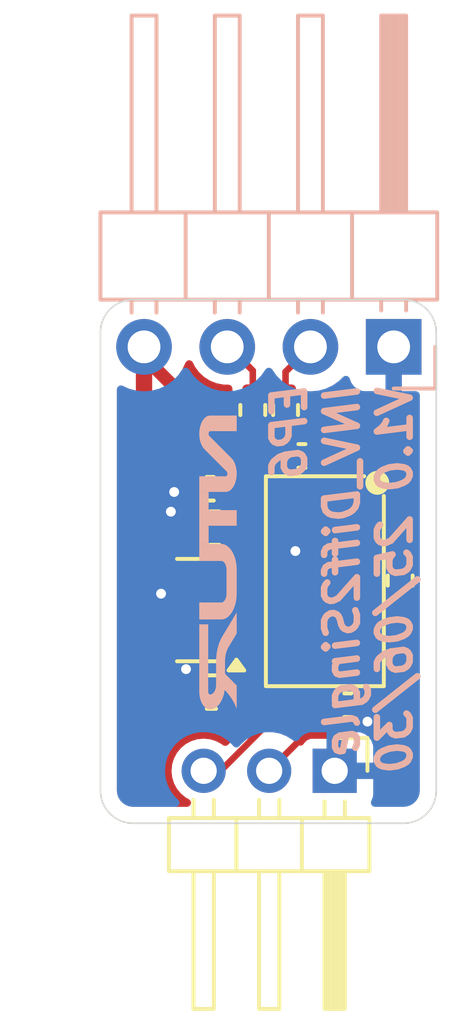
<source format=kicad_pcb>
(kicad_pcb (version 20240108) (generator "pcbnew") (generator_version "8.0")
  (title_block (title "INV_Diff2Single") (date "2025-06-30") (rev "1.0") (company "NTURacing") (comment 1 "Jack Kuo"))
  (layers (0 "F.Cu" signal) (31 "B.Cu" signal) (34 "B.Paste" user) (35 "F.Paste" user) (36 "B.SilkS" user "B.Silkscreen") (37 "F.SilkS" user "F.Silkscreen") (38 "B.Mask" user) (39 "F.Mask" user) (44 "Edge.Cuts" user))
  (net 0 "")
  (net 1 "GND")
  (net 2 "+5V")
  (net 3 "Net-(U1--)")
  (net 4 "Net-(U1-+)")
  (net 5 "Net-(U1-REF)")
  (net 6 "/Vout")
  (net 7 "/Vin+")
  (net 8 "/Vin-")
  (net 9 "Net-(R2-Pad1)")
  (net 10 "Net-(R2-Pad2)")
  (footprint "PCM_Package_SO_AKL:MSOP-8_3x3mm_P0.65mm" (layer "F.Cu") (at 124.6 92.62 -90)
    (property "Reference" "U1" (hide yes))
    (property "Value" "INA333AIDGK" (hide yes))
    (fp_line (start -3.2 1.8) (end -3.2 -1.2) (stroke (width 0.12)) (layer "F.SilkS"))
    (fp_line (start 3.2 1.8) (end -3.2 1.8) (stroke (width 0.12)) (layer "F.SilkS"))
    (fp_line (start -2.6 -1.8) (end 3.2 -1.8) (stroke (width 0.12)) (layer "F.SilkS"))
    (fp_line (start 3.2 -1.8) (end 3.2 1.8) (stroke (width 0.12)) (layer "F.SilkS"))
    (fp_circle (center -3 -1.6) (end -2.9365 -1.6) (stroke (width 0.3)) (fill none) (layer "F.SilkS"))
    (pad "1" smd roundrect (at -2.1125 -0.975 270) (size 1.625 0.4) (layers "F.Cu" "F.Paste" "F.Mask") (net 10 "Net-(R2-Pad2)"))
    (pad "2" smd roundrect (at -2.1125 -0.325 270) (size 1.625 0.4) (layers "F.Cu" "F.Paste" "F.Mask") (net 3 "Net-(U1--)"))
    (pad "3" smd roundrect (at -2.1125 0.325 270) (size 1.625 0.4) (layers "F.Cu" "F.Paste" "F.Mask") (net 4 "Net-(U1-+)"))
    (pad "4" smd roundrect (at -2.1125 0.975 270) (size 1.625 0.4) (layers "F.Cu" "F.Paste" "F.Mask") (net 1 "GND"))
    (pad "5" smd roundrect (at 2.1125 0.975 270) (size 1.625 0.4) (layers "F.Cu" "F.Paste" "F.Mask") (net 5 "Net-(U1-REF)"))
    (pad "6" smd roundrect (at 2.1125 0.325 270) (size 1.625 0.4) (layers "F.Cu" "F.Paste" "F.Mask") (net 6 "/Vout"))
    (pad "7" smd roundrect (at 2.1125 -0.325 270) (size 1.625 0.4) (layers "F.Cu" "F.Paste" "F.Mask") (net 2 "+5V"))
    (pad "8" smd roundrect (at 2.1125 -0.975 270) (size 1.625 0.4) (layers "F.Cu" "F.Paste" "F.Mask") (net 9 "Net-(R2-Pad1)"))
  )
  (footprint "Resistor_SMD:R_0402_1005Metric" (layer "F.Cu") (at 122.4 87.4 -90)
    (property "Reference" "R3" (hide yes))
    (property "Value" "220R")
    (fp_line (start -0.153641 0.38) (end 0.153641 0.38) (stroke (width 0.12)) (layer "F.SilkS"))
    (fp_line (start -0.153641 -0.38) (end 0.153641 -0.38) (stroke (width 0.12)) (layer "F.SilkS"))
    (pad "1" smd roundrect (at -0.51 0 270) (size 0.54 0.64) (layers "F.Cu" "F.Paste" "F.Mask") (net 7 "/Vin+"))
    (pad "2" smd roundrect (at 0.51 0 270) (size 0.54 0.64) (layers "F.Cu" "F.Paste" "F.Mask") (net 4 "Net-(U1-+)"))
  )
  (footprint "Capacitor_SMD:C_0402_1005Metric" (layer "F.Cu") (at 125.3 96.4)
    (property "Reference" "C1" (hide yes))
    (property "Value" "100n")
    (fp_line (start -0.107836 -0.36) (end 0.107836 -0.36) (stroke (width 0.12)) (layer "F.SilkS"))
    (fp_line (start -0.107836 0.36) (end 0.107836 0.36) (stroke (width 0.12)) (layer "F.SilkS"))
    (pad "1" smd roundrect (at -0.48 0) (size 0.56 0.62) (layers "F.Cu" "F.Paste" "F.Mask") (net 2 "+5V"))
    (pad "2" smd roundrect (at 0.48 0) (size 0.56 0.62) (layers "F.Cu" "F.Paste" "F.Mask") (net 1 "GND"))
  )
  (footprint "Capacitor_SMD:C_0402_1005Metric" (layer "F.Cu") (at 123.9 88.8 180)
    (property "Reference" "C2" (hide yes))
    (property "Value" "680p")
    (fp_line (start -0.107836 0.36) (end 0.107836 0.36) (stroke (width 0.12)) (layer "F.SilkS"))
    (fp_line (start -0.107836 -0.36) (end 0.107836 -0.36) (stroke (width 0.12)) (layer "F.SilkS"))
    (pad "1" smd roundrect (at -0.48 0 180) (size 0.56 0.62) (layers "F.Cu" "F.Paste" "F.Mask") (net 3 "Net-(U1--)"))
    (pad "2" smd roundrect (at 0.48 0 180) (size 0.56 0.62) (layers "F.Cu" "F.Paste" "F.Mask") (net 4 "Net-(U1-+)"))
  )
  (footprint "Connector_PinHeader_2.00mm:PinHeader_1x03_P2.00mm_Horizontal" (layer "F.Cu") (at 124.9 98.4 -90)
    (property "Reference" "J1" (hide yes))
    (property "Value" "single_out")
    (fp_line (start 1.44 5.06) (end 3.06 5.06) (stroke (width 0.12)) (layer "F.SilkS"))
    (fp_line (start 3.06 5.06) (end 3.06 -1.06) (stroke (width 0.12)) (layer "F.SilkS"))
    (fp_line (start 0.882114 4.31) (end 1.44 4.31) (stroke (width 0.12)) (layer "F.SilkS"))
    (fp_line (start 7.26 4.31) (end 3.06 4.31) (stroke (width 0.12)) (layer "F.SilkS"))
    (fp_line (start 0.882114 3.69) (end 1.44 3.69) (stroke (width 0.12)) (layer "F.SilkS"))
    (fp_line (start 3.06 3.69) (end 7.26 3.69) (stroke (width 0.12)) (layer "F.SilkS"))
    (fp_line (start 7.26 3.69) (end 7.26 4.31) (stroke (width 0.12)) (layer "F.SilkS"))
    (fp_line (start 1.44 3) (end 3.06 3) (stroke (width 0.12)) (layer "F.SilkS"))
    (fp_line (start 0.882114 2.31) (end 1.44 2.31) (stroke (width 0.12)) (layer "F.SilkS"))
    (fp_line (start 7.26 2.31) (end 3.06 2.31) (stroke (width 0.12)) (layer "F.SilkS"))
    (fp_line (start 0.882114 1.69) (end 1.44 1.69) (stroke (width 0.12)) (layer "F.SilkS"))
    (fp_line (start 3.06 1.69) (end 7.26 1.69) (stroke (width 0.12)) (layer "F.SilkS"))
    (fp_line (start 7.26 1.69) (end 7.26 2.31) (stroke (width 0.12)) (layer "F.SilkS"))
    (fp_line (start 1.44 1) (end 3.06 1) (stroke (width 0.12)) (layer "F.SilkS"))
    (fp_line (start 0.935 0.31) (end 1.44 0.31) (stroke (width 0.12)) (layer "F.SilkS"))
    (fp_line (start 7.26 0.31) (end 3.06 0.31) (stroke (width 0.12)) (layer "F.SilkS"))
    (fp_line (start 3.06 0.23) (end 7.26 0.23) (stroke (width 0.12)) (layer "F.SilkS"))
    (fp_line (start 3.06 0.11) (end 7.26 0.11) (stroke (width 0.12)) (layer "F.SilkS"))
    (fp_line (start -1 0) (end -1 -1) (stroke (width 0.12)) (layer "F.SilkS"))
    (fp_line (start 3.06 -0.01) (end 7.26 -0.01) (stroke (width 0.12)) (layer "F.SilkS"))
    (fp_line (start 3.06 -0.13) (end 7.26 -0.13) (stroke (width 0.12)) (layer "F.SilkS"))
    (fp_line (start 3.06 -0.25) (end 7.26 -0.25) (stroke (width 0.12)) (layer "F.SilkS"))
    (fp_line (start 0.935 -0.31) (end 1.44 -0.31) (stroke (width 0.12)) (layer "F.SilkS"))
    (fp_line (start 3.06 -0.31) (end 7.26 -0.31) (stroke (width 0.12)) (layer "F.SilkS"))
    (fp_line (start 7.26 -0.31) (end 7.26 0.31) (stroke (width 0.12)) (layer "F.SilkS"))
    (fp_line (start -1 -1) (end 0 -1) (stroke (width 0.12)) (layer "F.SilkS"))
    (fp_line (start 1.44 -1.06) (end 1.44 5.06) (stroke (width 0.12)) (layer "F.SilkS"))
    (fp_line (start 3.06 -1.06) (end 1.44 -1.06) (stroke (width 0.12)) (layer "F.SilkS"))
    (pad "1" thru_hole rect (at 0 0 270) (size 1.35 1.35) (drill 0.8) (layers "*.Cu" "*.Mask") (net 1 "GND"))
    (pad "2" thru_hole oval (at 0 2 270) (size 1.35 1.35) (drill 0.8) (layers "*.Cu" "*.Mask") (net 2 "+5V"))
    (pad "3" thru_hole oval (at 0 4 270) (size 1.35 1.35) (drill 0.8) (layers "*.Cu" "*.Mask") (net 6 "/Vout"))
  )
  (footprint "Capacitor_SMD:C_0603_1608Metric" (layer "F.Cu") (at 121.2375 91 180)
    (property "Reference" "C5" (hide yes))
    (property "Value" "470n")
    (fp_line (start -0.14058 0.51) (end 0.14058 0.51) (stroke (width 0.12)) (layer "F.SilkS"))
    (fp_line (start -0.14058 -0.51) (end 0.14058 -0.51) (stroke (width 0.12)) (layer "F.SilkS"))
    (pad "1" smd roundrect (at -0.775 0 180) (size 0.9 0.95) (layers "F.Cu" "F.Paste" "F.Mask") (net 5 "Net-(U1-REF)"))
    (pad "2" smd roundrect (at 0.775 0 180) (size 0.9 0.95) (layers "F.Cu" "F.Paste" "F.Mask") (net 1 "GND"))
  )
  (footprint "Package_TO_SOT_SMD:SOT-23" (layer "F.Cu") (at 120.7375 93.5 180)
    (property "Reference" "U2" (hide yes))
    (property "Value" "REF3133AIDBZR")
    (fp_line (start 0 1.56) (end 0.65 1.56) (stroke (width 0.12)) (layer "F.SilkS"))
    (fp_line (start 0 1.56) (end -0.65 1.56) (stroke (width 0.12)) (layer "F.SilkS"))
    (fp_line (start 0 -1.56) (end 0.65 -1.56) (stroke (width 0.12)) (layer "F.SilkS"))
    (fp_line (start 0 -1.56) (end -0.65 -1.56) (stroke (width 0.12)) (layer "F.SilkS"))
    (fp_poly (pts (xy -1.1625 -1.51) (xy -1.4025 -1.84) (xy -0.9225 -1.84) (xy -1.1625 -1.51)) (stroke (width 0.12)) (fill solid) (layer "F.SilkS"))
    (pad "1" smd roundrect (at -0.9375 -0.95 180) (size 1.475 0.6) (layers "F.Cu" "F.Paste" "F.Mask") (net 2 "+5V"))
    (pad "2" smd roundrect (at -0.9375 0.95 180) (size 1.475 0.6) (layers "F.Cu" "F.Paste" "F.Mask") (net 5 "Net-(U1-REF)"))
    (pad "3" smd roundrect (at 0.9375 0 180) (size 1.475 0.6) (layers "F.Cu" "F.Paste" "F.Mask") (net 1 "GND"))
  )
  (footprint "Resistor_SMD:R_0402_1005Metric" (layer "F.Cu") (at 123.4 87.4 -90)
    (property "Reference" "R1" (hide yes))
    (property "Value" "220R")
    (fp_line (start -0.153641 0.38) (end 0.153641 0.38) (stroke (width 0.12)) (layer "F.SilkS"))
    (fp_line (start -0.153641 -0.38) (end 0.153641 -0.38) (stroke (width 0.12)) (layer "F.SilkS"))
    (pad "1" smd roundrect (at -0.51 0 270) (size 0.54 0.64) (layers "F.Cu" "F.Paste" "F.Mask") (net 8 "/Vin-"))
    (pad "2" smd roundrect (at 0.51 0 270) (size 0.54 0.64) (layers "F.Cu" "F.Paste" "F.Mask") (net 3 "Net-(U1--)"))
  )
  (footprint "Resistor_SMD:R_0402_1005Metric" (layer "F.Cu") (at 126.9 92.6 90)
    (property "Reference" "R2" (hide yes))
    (property "Value" "1M")
    (fp_line (start -0.153641 -0.38) (end 0.153641 -0.38) (stroke (width 0.12)) (layer "F.SilkS"))
    (fp_line (start -0.153641 0.38) (end 0.153641 0.38) (stroke (width 0.12)) (layer "F.SilkS"))
    (pad "1" smd roundrect (at -0.51 0 90) (size 0.54 0.64) (layers "F.Cu" "F.Paste" "F.Mask") (net 9 "Net-(R2-Pad1)"))
    (pad "2" smd roundrect (at 0.51 0 90) (size 0.54 0.64) (layers "F.Cu" "F.Paste" "F.Mask") (net 10 "Net-(R2-Pad2)"))
  )
  (footprint "Capacitor_SMD:C_0402_1005Metric" (layer "F.Cu") (at 121.1 89.8 180)
    (property "Reference" "C3" (hide yes))
    (property "Value" "1u")
    (fp_line (start -0.107836 0.36) (end 0.107836 0.36) (stroke (width 0.12)) (layer "F.SilkS"))
    (fp_line (start -0.107836 -0.36) (end 0.107836 -0.36) (stroke (width 0.12)) (layer "F.SilkS"))
    (pad "1" smd roundrect (at -0.48 0 180) (size 0.56 0.62) (layers "F.Cu" "F.Paste" "F.Mask") (net 5 "Net-(U1-REF)"))
    (pad "2" smd roundrect (at 0.48 0 180) (size 0.56 0.62) (layers "F.Cu" "F.Paste" "F.Mask") (net 1 "GND"))
  )
  (footprint "Capacitor_SMD:C_0603_1608Metric" (layer "F.Cu") (at 121.1375 96 180)
    (property "Reference" "C4" (hide yes))
    (property "Value" "470n")
    (fp_line (start -0.14058 0.51) (end 0.14058 0.51) (stroke (width 0.12)) (layer "F.SilkS"))
    (fp_line (start -0.14058 -0.51) (end 0.14058 -0.51) (stroke (width 0.12)) (layer "F.SilkS"))
    (pad "1" smd roundrect (at -0.775 0 180) (size 0.9 0.95) (layers "F.Cu" "F.Paste" "F.Mask") (net 2 "+5V"))
    (pad "2" smd roundrect (at 0.775 0 180) (size 0.9 0.95) (layers "F.Cu" "F.Paste" "F.Mask") (net 1 "GND"))
  )
  (footprint "Connector_PinHeader_2.54mm:PinHeader_1x04_P2.54mm_Horizontal" (layer "B.Cu") (at 126.7 85.475 90)
    (property "Reference" "J2" (hide yes))
    (property "Value" "motorTemp")
    (fp_line (start 4.1 -8.95) (end 1.44 -8.95) (stroke (width 0.12)) (layer "B.SilkS"))
    (fp_line (start 1.44 -8.95) (end 1.44 1.33) (stroke (width 0.12)) (layer "B.SilkS"))
    (fp_line (start 10.1 -8) (end 10.1 -7.24) (stroke (width 0.12)) (layer "B.SilkS"))
    (fp_line (start 4.1 -8) (end 10.1 -8) (stroke (width 0.12)) (layer "B.SilkS"))
    (fp_line (start 1.44 -8) (end 1.042929 -8) (stroke (width 0.12)) (layer "B.SilkS"))
    (fp_line (start 10.1 -7.24) (end 4.1 -7.24) (stroke (width 0.12)) (layer "B.SilkS"))
    (fp_line (start 1.44 -7.24) (end 1.042929 -7.24) (stroke (width 0.12)) (layer "B.SilkS"))
    (fp_line (start 4.1 -6.35) (end 1.44 -6.35) (stroke (width 0.12)) (layer "B.SilkS"))
    (fp_line (start 10.1 -5.46) (end 10.1 -4.7) (stroke (width 0.12)) (layer "B.SilkS"))
    (fp_line (start 4.1 -5.46) (end 10.1 -5.46) (stroke (width 0.12)) (layer "B.SilkS"))
    (fp_line (start 1.44 -5.46) (end 1.042929 -5.46) (stroke (width 0.12)) (layer "B.SilkS"))
    (fp_line (start 10.1 -4.7) (end 4.1 -4.7) (stroke (width 0.12)) (layer "B.SilkS"))
    (fp_line (start 1.44 -4.7) (end 1.042929 -4.7) (stroke (width 0.12)) (layer "B.SilkS"))
    (fp_line (start 4.1 -3.81) (end 1.44 -3.81) (stroke (width 0.12)) (layer "B.SilkS"))
    (fp_line (start 10.1 -2.92) (end 10.1 -2.16) (stroke (width 0.12)) (layer "B.SilkS"))
    (fp_line (start 4.1 -2.92) (end 10.1 -2.92) (stroke (width 0.12)) (layer "B.SilkS"))
    (fp_line (start 1.44 -2.92) (end 1.042929 -2.92) (stroke (width 0.12)) (layer "B.SilkS"))
    (fp_line (start 10.1 -2.16) (end 4.1 -2.16) (stroke (width 0.12)) (layer "B.SilkS"))
    (fp_line (start 1.44 -2.16) (end 1.042929 -2.16) (stroke (width 0.12)) (layer "B.SilkS"))
    (fp_line (start 4.1 -1.27) (end 1.44 -1.27) (stroke (width 0.12)) (layer "B.SilkS"))
    (fp_line (start 10.1 -0.38) (end 10.1 0.38) (stroke (width 0.12)) (layer "B.SilkS"))
    (fp_line (start 4.1 -0.38) (end 10.1 -0.38) (stroke (width 0.12)) (layer "B.SilkS"))
    (fp_line (start 1.44 -0.38) (end 1.11 -0.38) (stroke (width 0.12)) (layer "B.SilkS"))
    (fp_line (start 10.1 -0.28) (end 4.1 -0.28) (stroke (width 0.12)) (layer "B.SilkS"))
    (fp_line (start 10.1 -0.16) (end 4.1 -0.16) (stroke (width 0.12)) (layer "B.SilkS"))
    (fp_line (start 10.1 -0.04) (end 4.1 -0.04) (stroke (width 0.12)) (layer "B.SilkS"))
    (fp_line (start 10.1 0.08) (end 4.1 0.08) (stroke (width 0.12)) (layer "B.SilkS"))
    (fp_line (start 10.1 0.2) (end 4.1 0.2) (stroke (width 0.12)) (layer "B.SilkS"))
    (fp_line (start 10.1 0.32) (end 4.1 0.32) (stroke (width 0.12)) (layer "B.SilkS"))
    (fp_line (start 10.1 0.38) (end 4.1 0.38) (stroke (width 0.12)) (layer "B.SilkS"))
    (fp_line (start 1.44 0.38) (end 1.11 0.38) (stroke (width 0.12)) (layer "B.SilkS"))
    (fp_line (start 0 1.27) (end -1.27 1.27) (stroke (width 0.12)) (layer "B.SilkS"))
    (fp_line (start -1.27 1.27) (end -1.27 0) (stroke (width 0.12)) (layer "B.SilkS"))
    (fp_line (start 4.1 1.33) (end 4.1 -8.95) (stroke (width 0.12)) (layer "B.SilkS"))
    (fp_line (start 1.44 1.33) (end 4.1 1.33) (stroke (width 0.12)) (layer "B.SilkS"))
    (pad "1" thru_hole rect (at 0 0 90) (size 1.7 1.7) (drill 1) (layers "*.Cu" "*.Mask") (net 1 "GND"))
    (pad "2" thru_hole oval (at 0 -2.54 90) (size 1.7 1.7) (drill 1) (layers "*.Cu" "*.Mask") (net 8 "/Vin-"))
    (pad "3" thru_hole oval (at 0 -5.08 90) (size 1.7 1.7) (drill 1) (layers "*.Cu" "*.Mask") (net 7 "/Vin+"))
    (pad "4" thru_hole oval (at 0 -7.62 90) (size 1.7 1.7) (drill 1) (layers "*.Cu" "*.Mask") (net 2 "+5V"))
  )
  (gr_poly (pts (xy 121.05174 91.484106) (xy 121.05174 90.928481) (xy 121.90899 90.928481) (xy 121.90899 90.452231) (xy 121.05174 90.452231) (xy 121.05174 89.896606) (xy 120.76599 89.896606) (xy 120.76599 91.484106)) (stroke (width -0.000001)) (fill solid) (layer "B.SilkS"))
  (gr_poly (pts (xy 120.766416 96.010242) (xy 120.767681 96.037887) (xy 120.769765 96.065134) (xy 120.772645 96.091949) (xy 120.776302 96.118298) (xy 120.780716 96.144145) (xy 120.785864 96.169457) (xy 120.791727 96.194198) (xy 120.798284 96.218335) (xy 120.805515 96.241833) (xy 120.813398 96.264657) (xy 120.821912 96.286773) (xy 120.831038 96.308147) (xy 120.840754 96.328743) (xy 120.85104 96.348528) (xy 120.861875 96.367467) (xy 120.873238 96.385525) (xy 120.885109 96.402669) (xy 120.897467 96.418862) (xy 120.910291 96.434072) (xy 120.923561 96.448263) (xy 120.937256 96.461401) (xy 120.951354 96.473451) (xy 120.965836 96.48438) (xy 120.980681 96.494152) (xy 120.995868 96.502733) (xy 121.011377 96.510088) (xy 121.027186 96.516184) (xy 121.043275 96.520985) (xy 121.059623 96.524457) (xy 121.07621 96.526565) (xy 121.093015 96.527275) (xy 121.099365 96.527275) (xy 121.119501 96.52654) (xy 121.139415 96.524355) (xy 121.159089 96.52075) (xy 121.178504 96.515757) (xy 121.197641 96.509406) (xy 121.216483 96.501728) (xy 121.235011 96.492754) (xy 121.253207 96.482515) (xy 121.271051 96.471041) (xy 121.288527 96.458362) (xy 121.322295 96.429518) (xy 121.354364 96.396227) (xy 121.384586 96.358736) (xy 121.412814 96.317291) (xy 121.4389 96.272139) (xy 121.462696 96.223525) (xy 121.484056 96.171695) (xy 121.502831 96.116897) (xy 121.518873 96.059376) (xy 121.532036 95.999377) (xy 121.542172 95.937149) (xy 121.572324 95.968106) (xy 121.601576 95.999846) (xy 121.629913 96.032347) (xy 121.657322 96.065587) (xy 121.683789 96.099546) (xy 121.709302 96.134201) (xy 121.733847 96.169531) (xy 121.75741 96.205515) (xy 121.779979 96.242132) (xy 121.80154 96.27936) (xy 121.822079 96.317178) (xy 121.841584 96.355564) (xy 121.860041 96.394497) (xy 121.877436 96.433956) (xy 121.893757 96.473919) (xy 121.90899 96.514364) (xy 121.90899 95.797871) (xy 121.55339 95.442272) (xy 121.55339 95.062753) (xy 121.553842 95.031879) (xy 121.555191 95.001275) (xy 121.557426 94.970984) (xy 121.560537 94.941049) (xy 121.564512 94.911511) (xy 121.569341 94.882415) (xy 121.575012 94.853801) (xy 121.581515 94.825713) (xy 121.588839 94.798193) (xy 121.596974 94.771284) (xy 121.605908 94.745027) (xy 121.61563 94.719467) (xy 121.62613 94.694643) (xy 121.637396 94.670601) (xy 121.649419 94.647381) (xy 121.662187 94.625027) (xy 121.90899 94.213759) (xy 121.90899 93.570081) (xy 121.469147 94.303294) (xy 121.446969 94.342087) (xy 121.42609 94.382374) (xy 121.406528 94.424084) (xy 121.3883 94.467144) (xy 121.371425 94.511482) (xy 121.355922 94.557024) (xy 121.341808 94.603699) (xy 121.329103 94.651433) (xy 121.317823 94.700155) (xy 121.307989 94.749791) (xy 121.299617 94.80027) (xy 121.292726 94.851518) (xy 121.287335 94.903463) (xy 121.283461 94.956032) (xy 121.281123 95.009153) (xy 121.28034 95.062754) (xy 121.28034 95.770355) (xy 121.280104 95.785858) (xy 121.279403 95.80116) (xy 121.278249 95.816241) (xy 121.276653 95.831082) (xy 121.274627 95.845665) (xy 121.272182 95.85997) (xy 121.26933 95.873979) (xy 121.266082 95.887671) (xy 121.262451 95.901029) (xy 121.258446 95.914033) (xy 121.25408 95.926664) (xy 121.249365 95.938903) (xy 121.244312 95.950731) (xy 121.238932 95.962128) (xy 121.233237 95.973076) (xy 121.227238 95.983556) (xy 121.220948 95.993549) (xy 121.214376 96.003035) (xy 121.207536 96.011995) (xy 121.200438 96.020411) (xy 121.193094 96.028263) (xy 121.185516 96.035533) (xy 121.177714 96.0422) (xy 121.169701 96.048247) (xy 121.161488 96.053654) (xy 121.153087 96.058401) (xy 121.144509 96.062471) (xy 121.135765 96.065843) (xy 121.126867 96.0685) (xy 121.117827 96.07042) (xy 121.108656 96.071587) (xy 121.099365 96.07198) (xy 121.093015 96.07198) (xy 121.09029 96.07186) (xy 121.087595 96.071505) (xy 121.084934 96.07092) (xy 121.082309 96.070111) (xy 121.079726 96.069086) (xy 121.077187 96.06785) (xy 121.074697 96.066409) (xy 121.072258 96.06477) (xy 121.069876 96.062939) (xy 121.067553 96.060921) (xy 121.0631 96.056353) (xy 121.058931 96.051115) (xy 121.055074 96.045258) (xy 121.051559 96.038829) (xy 121.048416 96.03188) (xy 121.045675 96.024459) (xy 121.043366 96.016617) (xy 121.041518 96.008402) (xy 121.040161 95.999865) (xy 121.039325 95.991056) (xy 121.03904 95.982023) (xy 121.03904 93.934147) (xy 120.76599 93.934147) (xy 120.76599 95.982234)) (stroke (width -0.000001)) (fill solid) (layer "B.SilkS"))
  (gr_poly (pts (xy 121.57498 89.896606) (xy 121.58914 89.896129) (xy 121.603155 89.894709) (xy 121.617012 89.892361) (xy 121.630701 89.8891) (xy 121.644209 89.884941) (xy 121.657524 89.8799) (xy 121.670633 89.873993) (xy 121.683525 89.867234) (xy 121.696188 89.859639) (xy 121.708609 89.851222) (xy 121.732678 89.831988) (xy 121.755636 89.809655) (xy 121.777386 89.784343) (xy 121.797832 89.756177) (xy 121.816875 89.725278) (xy 121.834421 89.691769) (xy 121.850372 89.655772) (xy 121.864631 89.61741) (xy 121.877101 89.576806) (xy 121.887687 89.534081) (xy 121.89629 89.489359) (xy 121.899258 89.47038) (xy 121.901813 89.451391) (xy 121.903962 89.432403) (xy 121.905709 89.413424) (xy 121.907059 89.394465) (xy 121.908018 89.375535) (xy 121.908589 89.356646) (xy 121.908778 89.337806) (xy 121.90809 89.302162) (xy 121.90604 89.26689) (xy 121.902649 89.232084) (xy 121.89794 89.197838) (xy 121.891936 89.164245) (xy 121.884657 89.1314) (xy 121.876126 89.099396) (xy 121.866366 89.068328) (xy 121.855397 89.038289) (xy 121.843242 89.009373) (xy 121.829924 88.981675) (xy 121.815463 88.955288) (xy 121.799883 88.930306) (xy 121.783204 88.906823) (xy 121.76545 88.884933) (xy 121.746642 88.864731) (xy 121.410938 88.528816) (xy 121.075235 88.193113) (xy 121.072908 88.190659) (xy 121.070725 88.188145) (xy 121.068684 88.185572) (xy 121.066781 88.182946) (xy 121.065011 88.180269) (xy 121.063371 88.177547) (xy 121.060465 88.171982) (xy 121.058032 88.166282) (xy 121.056044 88.160478) (xy 121.054468 88.154603) (xy 121.053275 88.148689) (xy 121.052434 88.142767) (xy 121.051914 88.13687) (xy 121.051687 88.131029) (xy 121.05172 88.125277) (xy 121.051984 88.119645) (xy 121.052449 88.114165) (xy 121.053083 88.108869) (xy 121.053857 88.103789) (xy 121.054777 88.098775) (xy 121.055882 88.093692) (xy 121.057189 88.088593) (xy 121.058712 88.083532) (xy 121.060468 88.078565) (xy 121.062474 88.073745) (xy 121.063575 88.071407) (xy 121.064745 88.069126) (xy 121.065985 88.066909) (xy 121.067297 88.064763) (xy 121.068684 88.062695) (xy 121.070148 88.060711) (xy 121.07169 88.058817) (xy 121.073312 88.057022) (xy 121.075017 88.055332) (xy 121.076806 88.053752) (xy 121.078681 88.052291) (xy 121.080646 88.050955) (xy 121.082701 88.049751) (xy 121.084848 88.048685) (xy 121.08709 88.047765) (xy 121.089428 88.046997) (xy 121.091865 88.046388) (xy 121.094403 88.045944) (xy 121.097043 88.045673) (xy 121.099788 88.045581) (xy 121.90899 88.045581) (xy 121.90899 87.569331) (xy 121.099788 87.569331) (xy 121.085629 87.569808) (xy 121.071614 87.571228) (xy 121.057756 87.573576) (xy 121.044068 87.576837) (xy 121.03056 87.580995) (xy 121.017246 87.586035) (xy 121.004137 87.591942) (xy 120.991246 87.5987) (xy 120.978585 87.606294) (xy 120.966166 87.614708) (xy 120.942101 87.633937) (xy 120.91915 87.656265) (xy 120.897409 87.681567) (xy 120.876975 87.709722) (xy 120.857945 87.740607) (xy 120.840416 87.774099) (xy 120.824486 87.810075) (xy 120.810251 87.848413) (xy 120.797809 87.888989) (xy 120.787256 87.931681) (xy 120.77869 87.976366) (xy 120.772245 88.022102) (xy 120.768121 88.067823) (xy 120.766272 88.113343) (xy 120.766651 88.158472) (xy 120.769213 88.203024) (xy 120.773913 88.246809) (xy 120.780703 88.289641) (xy 120.789538 88.331331) (xy 120.800372 88.371692) (xy 120.81316 88.410535) (xy 120.827855 88.447673) (xy 120.844412 88.482918) (xy 120.862785 88.516081) (xy 120.882927 88.546976) (xy 120.904794 88.575413) (xy 120.916359 88.588652) (xy 120.928338 88.601206) (xy 121.264041 88.936909) (xy 121.599745 89.272824) (xy 121.602072 89.275277) (xy 121.604254 89.277792) (xy 121.606296 89.280365) (xy 121.608199 89.282991) (xy 121.609969 89.285667) (xy 121.611609 89.288389) (xy 121.614515 89.293954) (xy 121.616947 89.299655) (xy 121.618936 89.305458) (xy 121.620512 89.311333) (xy 121.621705 89.317248) (xy 121.622546 89.32317) (xy 121.623065 89.329067) (xy 121.623293 89.334908) (xy 121.62326 89.34066) (xy 121.622996 89.346292) (xy 121.622531 89.351772) (xy 121.621897 89.357068) (xy 121.621123 89.362148) (xy 121.620203 89.367162) (xy 121.619097 89.372245) (xy 121.617791 89.377344) (xy 121.616268 89.382405) (xy 121.614512 89.387372) (xy 121.612506 89.392192) (xy 121.611405 89.39453) (xy 121.610235 89.396811) (xy 121.608995 89.399028) (xy 121.607682 89.401174) (xy 121.606295 89.403242) (xy 121.604832 89.405226) (xy 121.60329 89.40712) (xy 121.601668 89.408915) (xy 121.599963 89.410605) (xy 121.598174 89.412185) (xy 121.596298 89.413646) (xy 121.594334 89.414982) (xy 121.592279 89.416186) (xy 121.590132 89.417251) (xy 121.58789 89.418172) (xy 121.585552 89.41894) (xy 121.583115 89.419549) (xy 121.580577 89.419993) (xy 121.577937 89.420264) (xy 121.575192 89.420356) (xy 120.76599 89.420356) (xy 120.76599 89.896606)) (stroke (width -0.000001)) (fill solid) (layer "B.SilkS"))
  (gr_poly (pts (xy 121.435915 92.002689) (xy 121.444238 92.003041) (xy 121.452454 92.004085) (xy 121.46055 92.005805) (xy 121.468518 92.008182) (xy 121.476347 92.011201) (xy 121.484027 92.014843) (xy 121.491548 92.019093) (xy 121.498899 92.023932) (xy 121.50607 92.029344) (xy 121.513051 92.035311) (xy 121.526403 92.048845) (xy 121.538871 92.064395) (xy 121.550374 92.081826) (xy 121.56083 92.101001) (xy 121.570158 92.121783) (xy 121.578275 92.144035) (xy 121.5851 92.16762) (xy 121.590551 92.192403) (xy 121.594546 92.218246) (xy 121.597003 92.245012) (xy 121.59784 92.272564) (xy 121.59784 92.997523) (xy 121.597629 93.011389) (xy 121.597003 93.025075) (xy 121.595972 93.038565) (xy 121.594546 93.051841) (xy 121.592736 93.064886) (xy 121.590551 93.077684) (xy 121.588003 93.090216) (xy 121.5851 93.102466) (xy 121.581855 93.114417) (xy 121.578275 93.126052) (xy 121.574373 93.137353) (xy 121.570158 93.148304) (xy 121.56564 93.158887) (xy 121.56083 93.169086) (xy 121.555738 93.178883) (xy 121.550374 93.188261) (xy 121.544748 93.197203) (xy 121.538871 93.205692) (xy 121.532752 93.213711) (xy 121.526403 93.221242) (xy 121.519832 93.22827) (xy 121.513051 93.234775) (xy 121.50607 93.240743) (xy 121.498899 93.246155) (xy 121.491548 93.250994) (xy 121.484027 93.255243) (xy 121.476347 93.258886) (xy 121.468518 93.261905) (xy 121.46055 93.264282) (xy 121.452454 93.266002) (xy 121.444238 93.267046) (xy 121.435915 93.267398) (xy 120.76599 93.267398) (xy 120.76599 93.785769) (xy 121.435915 93.785769) (xy 121.460216 93.784741) (xy 121.484202 93.781691) (xy 121.507845 93.776668) (xy 121.531113 93.769722) (xy 121.553977 93.760904) (xy 121.576408 93.750262) (xy 121.598374 93.737848) (xy 121.619847 93.723711) (xy 121.640795 93.707901) (xy 121.66119 93.690467) (xy 121.700197 93.650931) (xy 121.736628 93.605501) (xy 121.770243 93.554576) (xy 121.800802 93.498557) (xy 121.828065 93.437842) (xy 121.851792 93.372831) (xy 121.871743 93.303923) (xy 121.887679 93.231518) (xy 121.899358 93.156014) (xy 121.906542 93.077812) (xy 121.90899 92.99731) (xy 121.90899 92.272564) (xy 121.908373 92.232051) (xy 121.906542 92.192063) (xy 121.903527 92.152649) (xy 121.899358 92.11386) (xy 121.894066 92.075746) (xy 121.887679 92.038357) (xy 121.880228 92.001742) (xy 121.871743 91.965952) (xy 121.862255 91.931036) (xy 121.851792 91.897044) (xy 121.840385 91.864026) (xy 121.828065 91.832033) (xy 121.81486 91.801113) (xy 121.800802 91.771318) (xy 121.785919 91.742696) (xy 121.770243 91.715299) (xy 121.753802 91.689175) (xy 121.736628 91.664374) (xy 121.718749 91.640947) (xy 121.700197 91.618944) (xy 121.681 91.598414) (xy 121.66119 91.579407) (xy 121.640795 91.561974) (xy 121.619847 91.546164) (xy 121.598374 91.532027) (xy 121.576408 91.519613) (xy 121.553977 91.508971) (xy 121.531113 91.500153) (xy 121.507845 91.493207) (xy 121.484202 91.488184) (xy 121.460216 91.485134) (xy 121.435915 91.484106) (xy 120.76599 91.484106) (xy 120.76599 92.002689)) (stroke (width -0.000001)) (fill solid) (layer "B.SilkS"))
  (gr_arc (start 118.75 100) (mid 118.042893 99.707107) (end 117.75 99) (stroke (width 0.05)) (layer "Edge.Cuts"))
  (gr_line (start 127 100) (end 118.75 100) (stroke (width 0.05)) (layer "Edge.Cuts"))
  (gr_arc (start 127 84.035) (mid 127.707107 84.327893) (end 128 85.035) (stroke (width 0.05)) (layer "Edge.Cuts"))
  (gr_arc (start 117.75 85.035) (mid 118.042893 84.327893) (end 118.75 84.035) (stroke (width 0.05)) (layer "Edge.Cuts"))
  (gr_line (start 117.75 99) (end 117.75 85.035) (stroke (width 0.05)) (layer "Edge.Cuts"))
  (gr_line (start 128 85.035) (end 128 99) (stroke (width 0.05)) (layer "Edge.Cuts"))
  (gr_line (start 118.75 84.035) (end 127 84.035) (stroke (width 0.05)) (layer "Edge.Cuts"))
  (gr_arc (start 128 99) (mid 127.707107 99.707107) (end 127 100) (stroke (width 0.05)) (layer "Edge.Cuts"))
  (gr_text "EP6\nINV_Diff2Single\nV1.0 25/06/30" (at 122.93 86.47 90) (layer "B.SilkS") (effects (font (size 1 1) (thickness 0.2) (bold yes) (italic yes)) (justify left top mirror)))
  (segment (start 125.78 96.78) (end 125.78 96.4) (width 0.2) (layer "F.Cu") (net 1))
  (segment (start 120.4625 91) (end 120.4 91) (width 0.2) (layer "F.Cu") (net 1))
  (segment (start 119.8 93.2) (end 119.6 93) (width 0.2) (layer "F.Cu") (net 1))
  (segment (start 123.7 91.7) (end 123.7 91.313456) (width 0.2) (layer "F.Cu") (net 1))
  (segment (start 120.4 91) (end 119.9 90.5) (width 0.2) (layer "F.Cu") (net 1))
  (segment (start 120.62 89.8) (end 120.62 90.8425) (width 0.8) (layer "F.Cu") (net 1))
  (segment (start 120.1 89.8) (end 120 89.9) (width 0.2) (layer "F.Cu") (net 1))
  (segment (start 123.625 91.238456) (end 123.625 90.5075) (width 0.2) (layer "F.Cu") (net 1))
  (segment (start 119.6 94.5375) (end 119.6 93) (width 0.8) (layer "F.Cu") (net 1))
  (segment (start 120.3625 95.3) (end 119.6 94.5375) (width 0.8) (layer "F.Cu") (net 1))
  (segment (start 120.3625 95.3) (end 120.3625 96) (width 0.8) (layer "F.Cu") (net 1))
  (segment (start 125.9 96.9) (end 125.78 96.78) (width 0.2) (layer "F.Cu") (net 1))
  (segment (start 120.62 90.8425) (end 120.4625 91) (width 0.8) (layer "F.Cu") (net 1))
  (segment (start 123.7 91.313456) (end 123.625 91.238456) (width 0.2) (layer "F.Cu") (net 1))
  (segment (start 119.8 93.5) (end 119.8 93.2) (width 0.2) (layer "F.Cu") (net 1))
  (segment (start 120.62 89.8) (end 120.1 89.8) (width 0.2) (layer "F.Cu") (net 1))
  (via (at 120.3625 95.3) (size 0.6) (drill 0.3) (layers "F.Cu" "B.Cu") (net 1))
  (via (at 123.7 91.7) (size 0.6) (drill 0.3) (layers "F.Cu" "B.Cu") (net 1))
  (via (at 119.6 93) (size 0.6) (drill 0.3) (layers "F.Cu" "B.Cu") (net 1))
  (via (at 119.9 90.5) (size 0.6) (drill 0.3) (layers "F.Cu" "B.Cu") (net 1))
  (via (at 125.9 96.9) (size 0.6) (drill 0.3) (layers "F.Cu" "B.Cu") (net 1))
  (via (at 120 89.9) (size 0.6) (drill 0.3) (layers "F.Cu" "B.Cu") (net 1))
  (segment (start 123.9 93.2) (end 123 92.3) (width 0.4) (layer "F.Cu") (net 2))
  (segment (start 121.675 95.7625) (end 121.9125 96) (width 0.2) (layer "F.Cu") (net 2))
  (segment (start 119.08 85.475) (end 119.08 91.333052) (width 0.2) (layer "F.Cu") (net 2))
  (segment (start 119.08 85.78) (end 119.08 85.475) (width 0.4) (layer "F.Cu") (net 2))
  (segment (start 124.3 93.2) (end 123.9 93.2) (width 0.4) (layer "F.Cu") (net 2))
  (segment (start 119.08 91.333052) (end 121.675 93.928052) (width 0.2) (layer "F.Cu") (net 2))
  (segment (start 124.925 93.825) (end 124.3 93.2) (width 0.4) (layer "F.Cu") (net 2))
  (segment (start 124.925 96.295) (end 124.82 96.4) (width 0.2) (layer "F.Cu") (net 2))
  (segment (start 123 89.7) (end 119.08 85.78) (width 0.4) (layer "F.Cu") (net 2))
  (segment (start 123 92.3) (end 123 89.7) (width 0.4) (layer "F.Cu") (net 2))
  (segment (start 124.82 96.48) (end 124.82 96.4) (width 0.2) (layer "F.Cu") (net 2))
  (segment (start 124.925 94.7325) (end 124.925 96.295) (width 0.2) (layer "F.Cu") (net 2))
  (segment (start 121.675 94.45) (end 121.675 95.7625) (width 0.2) (layer "F.Cu") (net 2))
  (segment (start 121.675 93.928052) (end 121.675 94.45) (width 0.2) (layer "F.Cu") (net 2))
  (segment (start 124.925 94.7325) (end 124.925 93.825) (width 0.4) (layer "F.Cu") (net 2))
  (segment (start 122.9 98.4) (end 124.82 96.48) (width 0.2) (layer "F.Cu") (net 2))
  (segment (start 124.38 88.8) (end 124.925 89.345) (width 0.2) (layer "F.Cu") (net 3))
  (segment (start 123.4 87.91) (end 123.49 87.91) (width 0.2) (layer "F.Cu") (net 3))
  (segment (start 124.925 89.345) (end 124.925 90.5075) (width 0.2) (layer "F.Cu") (net 3))
  (segment (start 123.49 87.91) (end 124.38 88.8) (width 0.2) (layer "F.Cu") (net 3))
  (segment (start 124.275 89.655) (end 124.275 90.5075) (width 0.2) (layer "F.Cu") (net 4))
  (segment (start 123.3 88.8) (end 123.42 88.8) (width 0.2) (layer "F.Cu") (net 4))
  (segment (start 123.42 88.8) (end 124.275 89.655) (width 0.2) (layer "F.Cu") (net 4))
  (segment (start 122.41 87.91) (end 123.3 88.8) (width 0.2) (layer "F.Cu") (net 4))
  (segment (start 122.4 87.91) (end 122.41 87.91) (width 0.2) (layer "F.Cu") (net 4))
  (segment (start 122.0125 92.2125) (end 122.0125 91) (width 0.5) (layer "F.Cu") (net 5))
  (segment (start 121.675 92.55) (end 121.675 92.775) (width 0.5) (layer "F.Cu") (net 5))
  (segment (start 122.0125 91) (end 122.0125 90.2325) (width 0.5) (layer "F.Cu") (net 5))
  (segment (start 121.675 92.775) (end 123.625 94.725) (width 0.5) (layer "F.Cu") (net 5))
  (segment (start 121.675 92.55) (end 122.0125 92.2125) (width 0.5) (layer "F.Cu") (net 5))
  (segment (start 122.0125 90.2325) (end 121.58 89.8) (width 0.5) (layer "F.Cu") (net 5))
  (segment (start 123.625 94.725) (end 123.625 94.7325) (width 0.5) (layer "F.Cu") (net 5))
  (segment (start 121.419999 98.4) (end 120.9 98.4) (width 0.2) (layer "F.Cu") (net 6))
  (segment (start 124.275 95.544999) (end 121.419999 98.4) (width 0.2) (layer "F.Cu") (net 6))
  (segment (start 124.275 94.7325) (end 124.275 95.544999) (width 0.2) (layer "F.Cu") (net 6))
  (segment (start 122.4 86.2) (end 122.4 86.89) (width 0.2) (layer "F.Cu") (net 7))
  (segment (start 121.62 85.475) (end 121.675 85.475) (width 0.2) (layer "F.Cu") (net 7))
  (segment (start 121.675 85.475) (end 122.4 86.2) (width 0.2) (layer "F.Cu") (net 7))
  (segment (start 123.4 86.89) (end 123.4 86.235) (width 0.2) (layer "F.Cu") (net 8))
  (segment (start 123.4 86.235) (end 124.16 85.475) (width 0.2) (layer "F.Cu") (net 8))
  (segment (start 126.9 93.4075) (end 125.575 94.7325) (width 0.2) (layer "F.Cu") (net 9))
  (segment (start 126.9 93.11) (end 126.9 93.4075) (width 0.2) (layer "F.Cu") (net 9))
  (segment (start 126.9 91.8325) (end 125.575 90.5075) (width 0.2) (layer "F.Cu") (net 10))
  (segment (start 126.9 92.09) (end 126.9 91.8325) (width 0.2) (layer "F.Cu") (net 10))
  (zone (net 2) (net_name "+5V") (layer "F.Cu") (connect_pads thru_hole_only (clearance 0.3)) (min_thickness 0.25) (fill yes (thermal_gap 0.5) (thermal_bridge_width 0.5) (smoothing fillet) (radius 1))
    (polygon (pts (xy 117 83) (xy 128 83) (xy 128 100) (xy 117 100)))
  )
  (zone (net 1) (net_name "GND") (layer "B.Cu") (connect_pads thru_hole_only (clearance 0.5)) (min_thickness 0.25) (fill yes (thermal_gap 0.5) (thermal_bridge_width 0.5) (smoothing fillet) (radius 1))
    (polygon (pts (xy 117 83) (xy 128 83) (xy 128 100) (xy 117 100)))
  )
)
</source>
